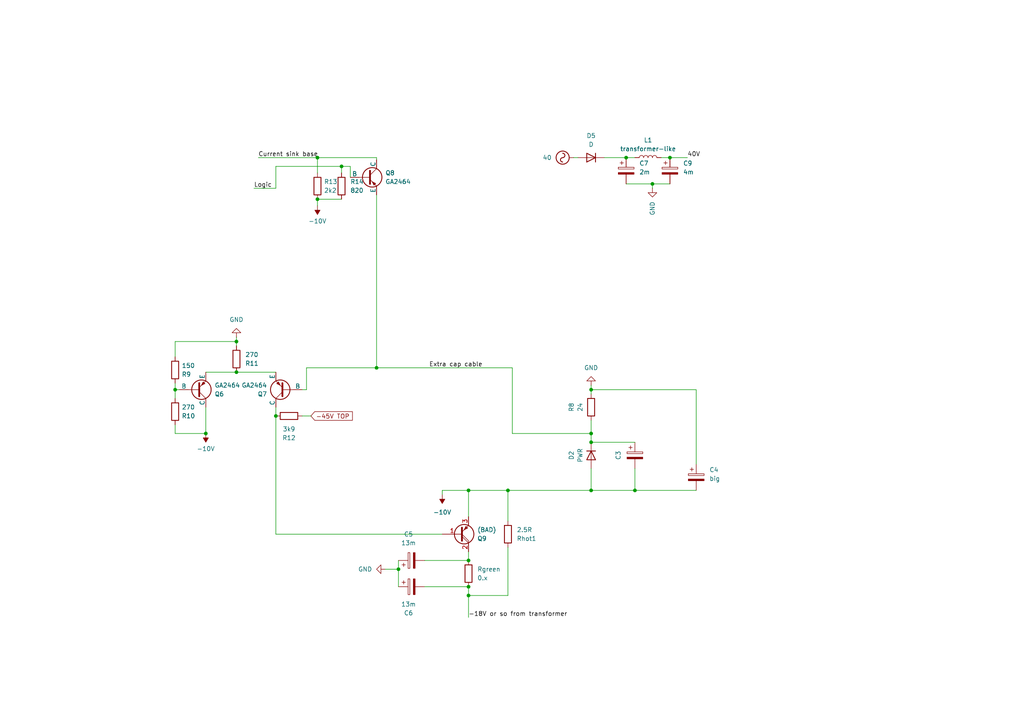
<source format=kicad_sch>
(kicad_sch (version 20250114) (generator "eeschema") (generator_version "9.0")
  (paper "A4")
  (lib_symbols
    (symbol "-6V_1" (power) (pin_numbers (hide yes)) (pin_names (offset 0) (hide yes))
      (property "Value" "-6V" (at 0 3.556 0))
      (symbol "-6V_1_0_0"
        (pin power_in line (at 0 0 90) (length 0) (name "~") (number "1"))
      )
      (symbol "-6V_1_0_1"
        (polyline (pts (xy 0 0) (xy 0 1.27) (xy 0.762 1.27) (xy 0 2.54) (xy -0.762 1.27) (xy 0 1.27)) (fill (type outline)))
      )
    )
    (symbol "Device:C_Polarized" (pin_numbers (hide yes)) (pin_names (offset 0.254))
      (property "Reference" "C" (at 0.635 2.54 0))
      (property "Value" "C_Polarized" (at 0.635 -2.54 0))
      (symbol "C_Polarized_0_1"
        (rectangle (start -2.286 0.508) (end 2.286 1.016))
        (polyline (pts (xy -1.778 2.286) (xy -0.762 2.286)))
        (polyline (pts (xy -1.27 2.794) (xy -1.27 1.778)))
        (rectangle (start 2.286 -0.508) (end -2.286 -1.016) (fill (type outline)))
      )
      (symbol "C_Polarized_1_1"
        (pin passive line (at 0 3.81 270) (length 2.794) (name "~") (number "1"))
        (pin passive line (at 0 -3.81 90) (length 2.794) (name "~") (number "2"))
      )
    )
    (symbol "Device:D" (pin_numbers (hide yes)) (pin_names (offset 1.016) (hide yes))
      (property "Reference" "D" (at 0 2.54 0))
      (property "Value" "D" (at 0 -2.54 0))
      (symbol "D_0_1"
        (polyline (pts (xy -1.27 1.27) (xy -1.27 -1.27)) (stroke (width 0.254)))
        (polyline (pts (xy 1.27 1.27) (xy 1.27 -1.27) (xy -1.27 0) (xy 1.27 1.27)) (stroke (width 0.254)))
        (polyline (pts (xy 1.27 0) (xy -1.27 0)))
      )
      (symbol "D_1_1"
        (pin passive line (at -3.81 0 0) (length 2.54) (name "K") (number "1"))
        (pin passive line (at 3.81 0 180) (length 2.54) (name "A") (number "2"))
      )
    )
    (symbol "Device:L" (pin_numbers (hide yes)) (pin_names (offset 1.016) (hide yes))
      (property "Reference" "L" (at -1.27 0 90))
      (property "Value" "L" (at 1.905 0 90))
      (symbol "L_0_1"
        (arc (start 0 2.54) (mid 0.6323 1.905) (end 0 1.27))
        (arc (start 0 1.27) (mid 0.6323 0.635) (end 0 0))
        (arc (start 0 0) (mid 0.6323 -0.635) (end 0 -1.27))
        (arc (start 0 -1.27) (mid 0.6323 -1.905) (end 0 -2.54))
      )
      (symbol "L_1_1"
        (pin passive line (at 0 3.81 270) (length 1.27) (name "1") (number "1"))
        (pin passive line (at 0 -3.81 90) (length 1.27) (name "2") (number "2"))
      )
    )
    (symbol "Device:Q_PNP_Darlington_BCE" (pin_names (offset 0) (hide yes))
      (property "Reference" "Q" (at 4.572 1.27 0))
      (property "Value" "Q_PNP_Darlington_BCE" (at 4.572 -1.27 0))
      (symbol "Q_PNP_Darlington_BCE_0_1"
        (polyline (pts (xy 0.635 1.905) (xy 0.635 -1.905) (xy 0.635 -1.905)) (stroke (width 0.508)))
        (polyline (pts (xy 0.635 0.635) (xy 2.54 2.54)))
        (polyline (pts (xy 0.635 0) (xy 2.54 1.905) (xy 2.54 2.54)))
        (polyline (pts (xy 0.635 -0.635) (xy 2.54 -2.54) (xy 2.54 -2.54)))
        (circle (center 1.27 0) (radius 2.8194) (stroke (width 0.254)))
        (polyline (pts (xy 2.286 -1.778) (xy 1.778 -2.286) (xy 1.27 -1.27) (xy 2.286 -1.778) (xy 2.286 -1.778)) (fill (type outline)))
      )
      (symbol "Q_PNP_Darlington_BCE_1_1"
        (pin input line (at -5.08 0 0) (length 5.715) (name "B") (number "1"))
        (pin passive line (at 2.54 5.08 270) (length 2.54) (name "C") (number "2"))
        (pin passive line (at 2.54 -5.08 90) (length 2.54) (name "E") (number "3"))
      )
    )
    (symbol "Device:R" (pin_numbers (hide yes)) (pin_names (offset 0))
      (property "Reference" "R" (at 2.032 0 90))
      (property "Value" "R" (at 0 0 90))
      (symbol "R_0_1"
        (rectangle (start -1.016 -2.54) (end 1.016 2.54) (stroke (width 0.254)))
      )
      (symbol "R_1_1"
        (pin passive line (at 0 3.81 270) (length 1.27) (name "~") (number "1"))
        (pin passive line (at 0 -3.81 90) (length 1.27) (name "~") (number "2"))
      )
    )
    (symbol "Simulation_SPICE:PNP" (pin_numbers (hide yes)) (pin_names (offset 0))
      (property "Reference" "Q" (at -2.54 7.62 0))
      (property "Value" "PNP" (at -2.54 5.08 0))
      (symbol "PNP_0_1"
        (polyline (pts (xy -2.54 0) (xy 0.635 0)) (stroke (width 0.1524)))
        (polyline (pts (xy 0.635 1.905) (xy 0.635 -1.905) (xy 0.635 -1.905)) (stroke (width 0.508)))
        (polyline (pts (xy 0.635 0.635) (xy 2.54 2.54)))
        (polyline (pts (xy 0.635 -0.635) (xy 2.54 -2.54) (xy 2.54 -2.54)))
        (circle (center 1.27 0) (radius 2.8194) (stroke (width 0.254)))
        (polyline (pts (xy 2.286 -1.778) (xy 1.778 -2.286) (xy 1.27 -1.27) (xy 2.286 -1.778) (xy 2.286 -1.778)) (fill (type outline)))
      )
      (symbol "PNP_1_1"
        (pin input line (at -5.08 0 0) (length 2.54) (name "B") (number "2"))
        (pin open_collector line (at 2.54 5.08 270) (length 2.54) (name "C") (number "1"))
        (pin open_emitter line (at 2.54 -5.08 90) (length 2.54) (name "E") (number "3"))
      )
    )
    (symbol "power:-6V" (power) (pin_names (offset 0))
      (property "Value" "-6V" (at 0 3.81 0))
      (symbol "-6V_0_0"
        (pin power_in line (at 0 0 90) (length 0) (hide yes) (name "-6V") (number "1"))
      )
      (symbol "-6V_0_1"
        (polyline (pts (xy 0 0) (xy 0 1.27) (xy 0.762 1.27) (xy 0 2.54) (xy -0.762 1.27) (xy 0 1.27)) (fill (type outline)))
      )
    )
    (symbol "power:GND" (power) (pin_numbers (hide yes)) (pin_names (offset 0) (hide yes))
      (property "Value" "GND" (at 0 -3.81 0))
      (symbol "GND_0_1"
        (polyline (pts (xy 0 0) (xy 0 -1.27) (xy 1.27 -1.27) (xy 0 -2.54) (xy -1.27 -1.27) (xy 0 -1.27)))
      )
      (symbol "GND_1_1"
        (pin power_in line (at 0 0 270) (length 0) (name "~") (number "1"))
      )
    )
    (symbol "power:VAC" (power) (pin_numbers (hide yes)) (pin_names (offset 0) (hide yes))
      (property "Value" "VAC" (at 0 6.35 0))
      (symbol "VAC_0_1"
        (arc (start -1.27 3.175) (mid -0.635 3.8073) (end 0 3.175) (stroke (width 0.254)))
        (circle (center 0 3.175) (radius 1.905) (stroke (width 0.254)))
        (polyline (pts (xy 0 0) (xy 0 1.27)))
        (arc (start 1.27 3.175) (mid 0.635 2.5427) (end 0 3.175) (stroke (width 0.254)))
      )
      (symbol "VAC_1_1"
        (pin power_in line (at 0 0 90) (length 0) (name "~") (number "1"))
      )
    )
  )
  (junction (at 184.15 142.24))
  (junction (at 194.31 45.72))
  (junction (at 68.58 107.95))
  (junction (at 135.89 162.56))
  (junction (at 135.89 170.18))
  (junction (at 135.89 142.24))
  (junction (at 68.58 99.06))
  (junction (at 92.075 45.72))
  (junction (at 115.57 165.1))
  (junction (at 50.8 113.03))
  (junction (at 59.69 125.73))
  (junction (at 181.61 45.72))
  (junction (at 109.22 106.68))
  (junction (at 171.45 113.03))
  (junction (at 147.32 142.24))
  (junction (at 80.01 120.65))
  (junction (at 189.23 53.34))
  (junction (at 171.45 142.24))
  (junction (at 99.06 48.26))
  (junction (at 171.45 128.27))
  (junction (at 171.45 125.73))
  (junction (at 92.075 57.785))
  (junction (at 135.89 172.72))
  (wire (pts (xy 109.22 56.515) (xy 109.22 106.68)))
  (wire (pts (xy 135.89 160.02) (xy 135.89 162.56)))
  (wire (pts (xy 171.45 125.73) (xy 148.59 125.73)))
  (wire (pts (xy 92.075 45.72) (xy 109.22 45.72)))
  (wire (pts (xy 123.19 170.18) (xy 135.89 170.18)))
  (wire (pts (xy 73.66 54.61) (xy 80.01 54.61)))
  (wire (pts (xy 128.27 142.24) (xy 128.27 143.51)))
  (wire (pts (xy 189.23 54.61) (xy 189.23 53.34)))
  (wire (pts (xy 99.06 48.26) (xy 101.6 48.26)))
  (wire (pts (xy 59.69 107.95) (xy 68.58 107.95)))
  (wire (pts (xy 181.61 45.72) (xy 184.15 45.72)))
  (wire (pts (xy 92.075 45.72) (xy 92.075 50.165)))
  (wire (pts (xy 109.22 106.68) (xy 148.59 106.68)))
  (wire (pts (xy 123.19 162.56) (xy 135.89 162.56)))
  (wire (pts (xy 184.15 135.89) (xy 184.15 142.24)))
  (wire (pts (xy 171.45 113.03) (xy 171.45 111.76)))
  (wire (pts (xy 111.76 165.1) (xy 115.57 165.1)))
  (wire (pts (xy 88.9 106.68) (xy 109.22 106.68)))
  (wire (pts (xy 87.63 113.03) (xy 88.9 113.03)))
  (wire (pts (xy 148.59 125.73) (xy 148.59 106.68)))
  (wire (pts (xy 201.93 134.62) (xy 201.93 113.03)))
  (wire (pts (xy 92.075 57.785) (xy 99.06 57.785)))
  (wire (pts (xy 80.01 118.11) (xy 80.01 120.65)))
  (wire (pts (xy 88.9 106.68) (xy 88.9 113.03)))
  (wire (pts (xy 115.57 165.1) (xy 115.57 170.18)))
  (wire (pts (xy 68.58 99.06) (xy 68.58 100.33)))
  (wire (pts (xy 171.45 135.89) (xy 171.45 142.24)))
  (wire (pts (xy 189.23 53.34) (xy 194.31 53.34)))
  (wire (pts (xy 184.15 142.24) (xy 201.93 142.24)))
  (wire (pts (xy 201.93 113.03) (xy 171.45 113.03)))
  (wire (pts (xy 147.32 142.24) (xy 171.45 142.24)))
  (wire (pts (xy 115.57 162.56) (xy 115.57 165.1)))
  (wire (pts (xy 166.37 45.72) (xy 167.64 45.72)))
  (wire (pts (xy 171.45 125.73) (xy 171.45 121.92)))
  (wire (pts (xy 181.61 53.34) (xy 189.23 53.34)))
  (wire (pts (xy 109.22 45.72) (xy 109.22 46.355)))
  (wire (pts (xy 68.58 107.95) (xy 80.01 107.95)))
  (wire (pts (xy 135.89 142.24) (xy 147.32 142.24)))
  (wire (pts (xy 50.8 113.03) (xy 50.8 111.125)))
  (wire (pts (xy 74.93 45.72) (xy 92.075 45.72)))
  (wire (pts (xy 80.01 48.26) (xy 99.06 48.26)))
  (wire (pts (xy 175.26 45.72) (xy 181.61 45.72)))
  (wire (pts (xy 68.58 99.06) (xy 50.8 99.06)))
  (wire (pts (xy 128.27 142.24) (xy 135.89 142.24)))
  (wire (pts (xy 50.8 123.19) (xy 50.8 125.73)))
  (wire (pts (xy 194.31 45.72) (xy 199.39 45.72)))
  (wire (pts (xy 50.8 115.57) (xy 50.8 113.03)))
  (wire (pts (xy 191.77 45.72) (xy 194.31 45.72)))
  (wire (pts (xy 171.45 128.27) (xy 184.15 128.27)))
  (wire (pts (xy 87.63 120.65) (xy 90.17 120.65)))
  (wire (pts (xy 135.89 149.86) (xy 135.89 142.24)))
  (wire (pts (xy 50.8 113.03) (xy 52.07 113.03)))
  (wire (pts (xy 99.06 48.26) (xy 99.06 50.165)))
  (wire (pts (xy 171.45 128.27) (xy 171.45 125.73)))
  (wire (pts (xy 135.89 170.18) (xy 135.89 172.72)))
  (wire (pts (xy 92.075 57.785) (xy 92.075 59.69)))
  (wire (pts (xy 128.27 154.94) (xy 80.01 154.94)))
  (wire (pts (xy 80.01 120.65) (xy 80.01 154.94)))
  (wire (pts (xy 147.32 151.13) (xy 147.32 142.24)))
  (wire (pts (xy 50.8 99.06) (xy 50.8 103.505)))
  (wire (pts (xy 101.6 48.26) (xy 101.6 51.435)))
  (wire (pts (xy 80.01 48.26) (xy 80.01 54.61)))
  (wire (pts (xy 135.89 179.07) (xy 135.89 172.72)))
  (wire (pts (xy 135.89 172.72) (xy 147.32 172.72)))
  (wire (pts (xy 171.45 114.3) (xy 171.45 113.03)))
  (wire (pts (xy 50.8 125.73) (xy 59.69 125.73)))
  (wire (pts (xy 68.58 97.79) (xy 68.58 99.06)))
  (wire (pts (xy 147.32 158.75) (xy 147.32 172.72)))
  (wire (pts (xy 171.45 142.24) (xy 184.15 142.24)))
  (wire (pts (xy 59.69 125.73) (xy 59.69 118.11)))
  (label "40V" (at 199.39 45.72 0))
  (label "Current sink base" (at 74.93 45.72 0))
  (label "-18V or so from transformer" (at 135.89 179.07 0))
  (label "Logic" (at 73.66 54.61 0))
  (label "Extra cap cable" (at 124.46 106.68 0))
  (global_label "-45V TOP" (shape input) (at 90.17 120.65 0) (property "Intersheetrefs" "${INTERSHEET_REFS}" (effects (hide yes))))
  (symbol (lib_id "Device:C_Polarized") (at 119.38 162.56 90) (unit 1)
    (property "Reference" "C5" (at 118.491 154.94 90))
    (property "Value" "13m" (at 118.491 157.48 90))
    (property "Description" "Polarized capacitor" (effects (hide yes)))
  )
  (symbol (lib_id "Device:C_Polarized") (at 194.31 49.53 0) (unit 1)
    (property "Reference" "C9" (at 198.12 47.3709 0) (effects (justify left)))
    (property "Value" "4m" (at 198.12 49.9109 0) (effects (justify left)))
    (property "Description" "Polarized capacitor" (effects (hide yes)))
  )
  (symbol (lib_id "Device:R") (at 50.8 119.38 0) (mirror x) (unit 1)
    (property "Reference" "R10" (at 52.705 120.65 0) (effects (justify left)))
    (property "Value" "270" (at 52.705 118.11 0) (effects (justify left)))
  )
  (symbol (lib_id "Device:C_Polarized") (at 181.61 49.53 0) (unit 1)
    (property "Reference" "C7" (at 185.42 47.3709 0) (effects (justify left)))
    (property "Value" "2m" (at 185.42 49.9109 0) (effects (justify left)))
    (property "Description" "Polarized capacitor" (effects (hide yes)))
  )
  (symbol (lib_id "Simulation_SPICE:PNP") (at 57.15 113.03 0) (mirror x) (unit 1)
    (property "Reference" "Q6" (at 62.23 114.3 0) (effects (justify left)))
    (property "Value" "GA2464" (at 62.23 111.76 0) (effects (justify left)))
    (property "Datasheet" "https://ngspice.sourceforge.io/docs/ngspice-html-manual/manual.xhtml#cha_BJTs" (effects (hide yes)))
    (property "Sim.Device" "PNP" (effects (hide yes)))
    (property "Sim.Type" "GUMMELPOON" (effects (hide yes)))
    (property "Sim.Pins" "1=C 2=B 3=E" (effects (hide yes)))
  )
  (symbol (lib_id "power:VAC") (at 166.37 45.72 90) (unit 1)
    (property "Reference" "#PWR17" (effects (hide yes)))
    (property "Value" "40" (at 160.02 45.7199 90) (effects (justify left)))
    (property "Description" "Power symbol creates a global label with name \"VAC\"" (effects (hide yes)))
  )
  (symbol (lib_id "Device:C_Polarized") (at 184.15 132.08 0) (unit 1)
    (property "Reference" "C3" (at 179.324 132.08 90))
    (property "Value" "offboard" (effects (hide yes)))
  )
  (symbol (lib_id "Device:Q_PNP_Darlington_BCE") (at 133.35 154.94 0) (mirror x) (unit 1)
    (property "Reference" "Q9" (at 138.43 156.2101 0) (effects (justify left)))
    (property "Value" "(BAD)" (at 138.43 153.6701 0) (effects (justify left)))
    (property "Description" "PNP Darlington transistor, base/collector/emitter" (effects (hide yes)))
  )
  (symbol (lib_id "power:-6V") (at 92.075 59.69 180) (unit 1)
    (property "Reference" "#PWR05" (effects (hide yes)))
    (property "Value" "-10V" (at 92.075 64.135 0))
  )
  (symbol (lib_id "Simulation_SPICE:PNP") (at 82.55 113.03 180) (unit 1)
    (property "Reference" "Q7" (at 77.47 114.3 0) (effects (justify left)))
    (property "Value" "GA2464" (at 77.47 111.76 0) (effects (justify left)))
    (property "Datasheet" "https://ngspice.sourceforge.io/docs/ngspice-html-manual/manual.xhtml#cha_BJTs" (effects (hide yes)))
    (property "Sim.Device" "PNP" (effects (hide yes)))
    (property "Sim.Type" "GUMMELPOON" (effects (hide yes)))
    (property "Sim.Pins" "1=C 2=B 3=E" (effects (hide yes)))
  )
  (symbol (lib_id "Device:D") (at 171.45 45.72 180) (unit 1)
    (property "Reference" "D5" (at 171.45 39.37 0))
    (property "Value" "D" (at 171.45 41.91 0))
    (property "Description" "Diode" (effects (hide yes)))
    (property "Sim.Device" "D" (effects (hide yes)))
    (property "Sim.Pins" "1=K 2=A" (effects (hide yes)))
  )
  (symbol (lib_id "Device:R") (at 83.82 120.65 270) (mirror x) (unit 1)
    (property "Reference" "R12" (at 83.82 127 90))
    (property "Value" "3k9" (at 83.82 124.46 90))
  )
  (symbol (lib_id "Device:R") (at 171.45 118.11 180) (unit 1)
    (property "Reference" "R8" (at 165.735 118.11 90))
    (property "Value" "24" (at 168.275 118.11 90))
  )
  (symbol (lib_id "Simulation_SPICE:PNP") (at 106.68 51.435 0) (unit 1)
    (property "Reference" "Q8" (at 111.76 50.165 0) (effects (justify left)))
    (property "Value" "GA2464" (at 111.76 52.705 0) (effects (justify left)))
    (property "Datasheet" "https://ngspice.sourceforge.io/docs/ngspice-html-manual/manual.xhtml#cha_BJTs" (effects (hide yes)))
    (property "Sim.Device" "PNP" (effects (hide yes)))
    (property "Sim.Type" "GUMMELPOON" (effects (hide yes)))
    (property "Sim.Pins" "1=C 2=B 3=E" (effects (hide yes)))
  )
  (symbol (lib_id "Device:R") (at 50.8 107.315 0) (mirror x) (unit 1)
    (property "Reference" "R9" (at 52.705 108.585 0) (effects (justify left)))
    (property "Value" "150" (at 52.705 106.045 0) (effects (justify left)))
  )
  (symbol (lib_id "Device:R") (at 99.06 53.975 0) (unit 1)
    (property "Reference" "R14" (at 101.6 52.705 0) (effects (justify left)))
    (property "Value" "820" (at 101.6 55.245 0) (effects (justify left)))
  )
  (symbol (lib_id "Device:D") (at 171.45 132.08 270) (unit 1)
    (property "Reference" "D2" (at 165.735 132.08 0))
    (property "Value" "PWR" (at 168.275 132.08 0))
    (property "Sim.Device" "D" (effects (hide yes)))
    (property "Sim.Pins" "1=K 2=A" (effects (hide yes)))
  )
  (symbol (lib_id "Device:R") (at 147.32 154.94 0) (mirror x) (unit 1)
    (property "Reference" "Rhot1" (at 149.86 156.2101 0) (effects (justify left)))
    (property "Value" "2.5R" (at 149.86 153.6701 0) (effects (justify left)))
    (property "Description" "Resistor" (effects (hide yes)))
  )
  (symbol (lib_id "power:GND") (at 68.58 97.79 180) (unit 1)
    (property "Reference" "#PWR014" (effects (hide yes)))
    (property "Value" "GND" (at 68.58 92.71 0))
    (property "Description" "Power symbol creates a global label with name \"GND\" , ground" (effects (hide yes)))
  )
  (symbol (lib_id "power:GND") (at 171.45 111.76 180) (unit 1)
    (property "Reference" "#PWR08" (effects (hide yes)))
    (property "Value" "GND" (at 171.45 106.68 0))
    (property "Description" "Power symbol creates a global label with name \"GND\" , ground" (effects (hide yes)))
  )
  (symbol (lib_id "Device:R") (at 68.58 104.14 0) (mirror x) (unit 1)
    (property "Reference" "R11" (at 71.12 105.41 0) (effects (justify left)))
    (property "Value" "270" (at 71.12 102.87 0) (effects (justify left)))
  )
  (symbol (lib_id "power:GND") (at 189.23 54.61 0) (unit 1)
    (property "Reference" "#PWR16" (effects (hide yes)))
    (property "Value" "GND" (at 189.2299 58.42 90) (effects (justify right)))
    (property "Description" "Power symbol creates a global label with name \"GND\" , ground" (effects (hide yes)))
  )
  (symbol (lib_name "-6V_1") (lib_id "power:-6V") (at 128.27 143.51 180) (unit 1)
    (property "Reference" "#PWR07" (effects (hide yes)))
    (property "Value" "-10V" (at 128.27 148.59 0))
    (property "Description" "Power symbol creates a global label with name \"-6V\"" (effects (hide yes)))
  )
  (symbol (lib_id "Device:R") (at 92.075 53.975 0) (unit 1)
    (property "Reference" "R13" (at 93.98 52.705 0) (effects (justify left)))
    (property "Value" "2k2" (at 93.98 55.245 0) (effects (justify left)))
  )
  (symbol (lib_id "Device:R") (at 135.89 166.37 0) (unit 1)
    (property "Reference" "Rgreen" (at 138.43 165.0999 0) (effects (justify left)))
    (property "Value" "0.x" (at 138.43 167.6399 0) (effects (justify left)))
    (property "Description" "Resistor" (effects (hide yes)))
  )
  (symbol (lib_id "Device:L") (at 187.96 45.72 90) (unit 1)
    (property "Reference" "L1" (at 187.96 40.64 90))
    (property "Value" "transformer-like" (at 187.96 43.18 90))
    (property "Description" "Inductor" (effects (hide yes)))
  )
  (symbol (lib_id "power:-6V") (at 59.69 125.73 0) (mirror x) (unit 1)
    (property "Reference" "#PWR06" (effects (hide yes)))
    (property "Value" "-10V" (at 59.69 130.175 0))
  )
  (symbol (lib_id "Device:C_Polarized") (at 201.93 138.43 0) (unit 1)
    (property "Reference" "C4" (at 205.74 136.2709 0) (effects (justify left)))
    (property "Value" "big" (at 205.74 138.8109 0) (effects (justify left)))
    (property "Description" "Polarized capacitor" (effects (hide yes)))
  )
  (symbol (lib_id "Device:C_Polarized") (at 119.38 170.18 90) (mirror x) (unit 1)
    (property "Reference" "C6" (at 118.491 177.8 90))
    (property "Value" "13m" (at 118.491 175.26 90))
    (property "Description" "Polarized capacitor" (effects (hide yes)))
  )
  (symbol (lib_id "power:GND") (at 111.76 165.1 270) (unit 1)
    (property "Reference" "#PWR15" (effects (hide yes)))
    (property "Value" "GND" (at 107.95 165.0999 90) (effects (justify right)))
    (property "Description" "Power symbol creates a global label with name \"GND\" , ground" (effects (hide yes)))
  )
)
</source>
